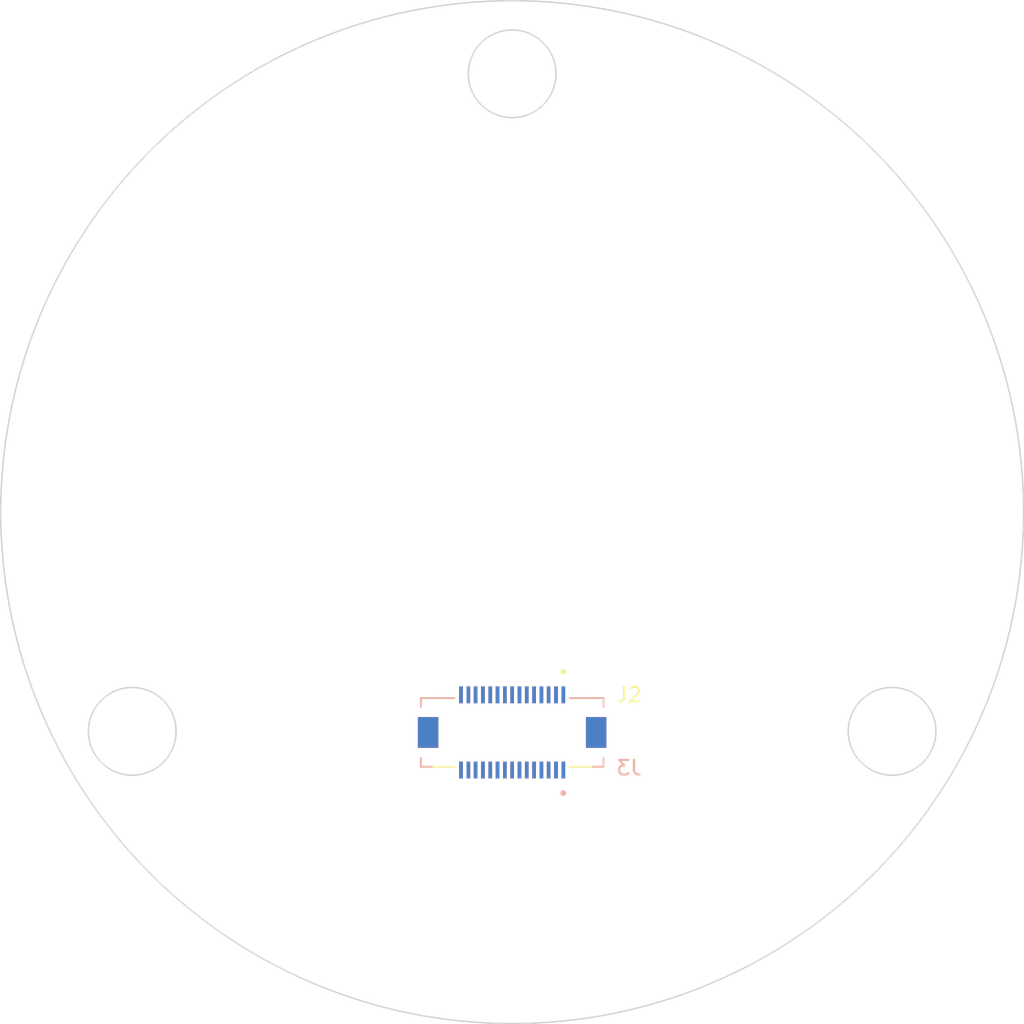
<source format=kicad_pcb>
(kicad_pcb (version 20240108) (generator "pcbnew") (generator_version "8.0")
  (title_block (company "UCSC Rocket Team"))
  (layers (0 "F.Cu" signal) (31 "B.Cu" signal) (34 "B.Paste" user) (35 "F.Paste" user) (36 "B.SilkS" user "B.Silkscreen") (37 "F.SilkS" user "F.Silkscreen") (38 "B.Mask" user) (39 "F.Mask" user) (44 "Edge.Cuts" user))
  (net 0 "")
  (net 1 "GND")
  (net 2 "+5V")
  (net 3 "+3V3")
  (net 4 "/CANL")
  (net 5 "/CANH")
  (net 6 "/ARM")
  (net 7 "/RX_RADIO")
  (net 8 "/TX_RADIO")
  (net 9 "/PPS")
  (net 10 "Net-(J2-Pin_10)")
  (net 11 "Net-(J2-Pin_20)")
  (net 12 "Net-(J2-Pin_9)")
  (net 13 "Net-(J2-Pin_19)")
  (net 14 "Net-(J2-Pin_2)")
  (net 15 "Net-(J2-Pin_26)")
  (net 16 "Net-(J2-Pin_7)")
  (net 17 "Net-(J2-Pin_1)")
  (net 18 "Net-(J2-Pin_25)")
  (net 19 "Net-(J2-Pin_16)")
  (net 20 "Net-(J2-Pin_17)")
  (footprint "Blaze_Library:HRS_DF17_1.0H_-30DP-0.5V_57_" (layer "F.Cu") (at 148.5 120.575 180)
    (property "Reference" "J2" (at -8 2.575 0) (layer "F.SilkS"))
    (property "Value" "Conn_01x30_Pin")
    (fp_line (start 6.25 2.35) (end 6.25 1.75) (stroke (width 0.127)) (layer "F.SilkS"))
    (fp_line (start 6.25 -2.35) (end 6.25 -1.75) (stroke (width 0.127)) (layer "F.SilkS"))
    (fp_line (start 6.25 -2.35) (end 3.945 -2.35) (stroke (width 0.127)) (layer "F.SilkS"))
    (fp_line (start 5.5 2.35) (end 6.25 2.35) (stroke (width 0.127)) (layer "F.SilkS"))
    (fp_line (start -3.945 -2.35) (end -6.25 -2.35) (stroke (width 0.127)) (layer "F.SilkS"))
    (fp_line (start -6.25 2.35) (end -5.5 2.35) (stroke (width 0.127)) (layer "F.SilkS"))
    (fp_line (start -6.25 2.35) (end -6.25 1.75) (stroke (width 0.127)) (layer "F.SilkS"))
    (fp_line (start -6.25 -2.35) (end -6.25 -1.75) (stroke (width 0.127)) (layer "F.SilkS"))
    (fp_circle (center -3.5 4.15) (end -3.4 4.15) (stroke (width 0.2)) (fill none) (layer "F.SilkS"))
    (pad "" np_thru_hole circle (at -4.75 1.9 180) (size 0.65 0.65) (drill 0.65) (layers "*.Cu" "*.Mask"))
    (pad "" np_thru_hole circle (at 4.75 1.9 180) (size 0.65 0.65) (drill 0.65) (layers "*.Cu" "*.Mask"))
    (pad "1" smd rect (at -3.5 2.575 180) (size 0.25 1.15) (layers "F.Cu" "F.Paste" "F.Mask") (net 17 "Net-(J2-Pin_1)"))
    (pad "2" smd rect (at -3 2.575 180) (size 0.25 1.15) (layers "F.Cu" "F.Paste" "F.Mask") (net 14 "Net-(J2-Pin_2)"))
    (pad "3" smd rect (at -2.5 2.575 180) (size 0.25 1.15) (layers "F.Cu" "F.Paste" "F.Mask") (net 1 "GND"))
    (pad "4" smd rect (at -2 2.575 180) (size 0.25 1.15) (layers "F.Cu" "F.Paste" "F.Mask") (net 1 "GND"))
    (pad "5" smd rect (at -1.5 2.575 180) (size 0.25 1.15) (layers "F.Cu" "F.Paste" "F.Mask") (net 8 "/TX_RADIO"))
    (pad "6" smd rect (at -1 2.575 180) (size 0.25 1.15) (layers "F.Cu" "F.Paste" "F.Mask") (net 7 "/RX_RADIO"))
    (pad "7" smd rect (at -0.5 2.575 180) (size 0.25 1.15) (layers "F.Cu" "F.Paste" "F.Mask") (net 16 "Net-(J2-Pin_7)"))
    (pad "8" smd rect (at 0 2.575 180) (size 0.25 1.15) (layers "F.Cu" "F.Paste" "F.Mask") (net 6 "/ARM"))
    (pad "9" smd rect (at 0.5 2.575 180) (size 0.25 1.15) (layers "F.Cu" "F.Paste" "F.Mask") (net 12 "Net-(J2-Pin_9)"))
    (pad "10" smd rect (at 1 2.575 180) (size 0.25 1.15) (layers "F.Cu" "F.Paste" "F.Mask") (net 10 "Net-(J2-Pin_10)"))
    (pad "11" smd rect (at 1.5 2.575 180) (size 0.25 1.15) (layers "F.Cu" "F.Paste" "F.Mask") (net 2 "+5V"))
    (pad "12" smd rect (at 2 2.575 180) (size 0.25 1.15) (layers "F.Cu" "F.Paste" "F.Mask") (net 3 "+3V3"))
    (pad "13" smd rect (at 2.5 2.575 180) (size 0.25 1.15) (layers "F.Cu" "F.Paste" "F.Mask") (net 9 "/PPS"))
    (pad "14" smd rect (at 3 2.575 180) (size 0.25 1.15) (layers "F.Cu" "F.Paste" "F.Mask") (net 1 "GND"))
    (pad "15" smd rect (at 3.5 2.575 180) (size 0.25 1.15) (layers "F.Cu" "F.Paste" "F.Mask") (net 1 "GND"))
    (pad "16" smd rect (at 3.5 -2.575 180) (size 0.25 1.15) (layers "F.Cu" "F.Paste" "F.Mask") (net 19 "Net-(J2-Pin_16)"))
    (pad "17" smd rect (at 3 -2.575 180) (size 0.25 1.15) (layers "F.Cu" "F.Paste" "F.Mask") (net 20 "Net-(J2-Pin_17)"))
    (pad "18" smd rect (at 2.5 -2.575 180) (size 0.25 1.15) (layers "F.Cu" "F.Paste" "F.Mask") (net 3 "+3V3"))
    (pad "19" smd rect (at 2 -2.575 180) (size 0.25 1.15) (layers "F.Cu" "F.Paste" "F.Mask") (net 13 "Net-(J2-Pin_19)"))
    (pad "20" smd rect (at 1.5 -2.575 180) (size 0.25 1.15) (layers "F.Cu" "F.Paste" "F.Mask") (net 11 "Net-(J2-Pin_20)"))
    (pad "21" smd rect (at 1 -2.575 180) (size 0.25 1.15) (layers "F.Cu" "F.Paste" "F.Mask") (net 1 "GND"))
    (pad "22" smd rect (at 0.5 -2.575 180) (size 0.25 1.15) (layers "F.Cu" "F.Paste" "F.Mask") (net 1 "GND"))
    (pad "23" smd rect (at 0 -2.575 180) (size 0.25 1.15) (layers "F.Cu" "F.Paste" "F.Mask") (net 4 "/CANL"))
    (pad "24" smd rect (at -0.5 -2.575 180) (size 0.25 1.15) (layers "F.Cu" "F.Paste" "F.Mask") (net 5 "/CANH"))
    (pad "25" smd rect (at -1 -2.575 180) (size 0.25 1.15) (layers "F.Cu" "F.Paste" "F.Mask") (net 18 "Net-(J2-Pin_25)"))
    (pad "26" smd rect (at -1.5 -2.575 180) (size 0.25 1.15) (layers "F.Cu" "F.Paste" "F.Mask") (net 15 "Net-(J2-Pin_26)"))
    (pad "27" smd rect (at -2 -2.575 180) (size 0.25 1.15) (layers "F.Cu" "F.Paste" "F.Mask") (net 2 "+5V"))
    (pad "28" smd rect (at -2.5 -2.575 180) (size 0.25 1.15) (layers "F.Cu" "F.Paste" "F.Mask") (net 2 "+5V"))
    (pad "29" smd rect (at -3 -2.575 180) (size 0.25 1.15) (layers "F.Cu" "F.Paste" "F.Mask") (net 3 "+3V3"))
    (pad "30" smd rect (at -3.5 -2.575 180) (size 0.25 1.15) (layers "F.Cu" "F.Paste" "F.Mask") (net 3 "+3V3"))
    (pad "S1" smd rect (at -5.75 0 180) (size 1.4 2.1) (layers "F.Cu" "F.Paste" "F.Mask"))
    (pad "S2" smd rect (at 5.75 0 180) (size 1.4 2.1) (layers "F.Cu" "F.Paste" "F.Mask"))
  )
  (footprint "Blaze_Library:HRS_DF17_1.0H_-30DP-0.5V_57_" (layer "B.Cu") (at 148.5 120.575 180)
    (property "Reference" "J3" (at -8 -2.425 0) (layer "B.SilkS") (effects (justify mirror)))
    (property "Value" "Conn_01x30_Socket")
    (fp_line (start 6.25 1.75) (end 6.25 2.35) (stroke (width 0.127)) (layer "B.SilkS"))
    (fp_line (start 6.25 -1.75) (end 6.25 -2.35) (stroke (width 0.127)) (layer "B.SilkS"))
    (fp_line (start 6.25 -2.35) (end 5.5 -2.35) (stroke (width 0.127)) (layer "B.SilkS"))
    (fp_line (start 3.945 2.35) (end 6.25 2.35) (stroke (width 0.127)) (layer "B.SilkS"))
    (fp_line (start -5.5 -2.35) (end -6.25 -2.35) (stroke (width 0.127)) (layer "B.SilkS"))
    (fp_line (start -6.25 2.35) (end -3.945 2.35) (stroke (width 0.127)) (layer "B.SilkS"))
    (fp_line (start -6.25 1.75) (end -6.25 2.35) (stroke (width 0.127)) (layer "B.SilkS"))
    (fp_line (start -6.25 -1.75) (end -6.25 -2.35) (stroke (width 0.127)) (layer "B.SilkS"))
    (fp_circle (center -3.5 -4.15) (end -3.4 -4.15) (stroke (width 0.2)) (fill none) (layer "B.SilkS"))
    (pad "" np_thru_hole circle (at -4.75 -1.9 180) (size 0.65 0.65) (drill 0.65) (layers "*.Cu" "*.Mask"))
    (pad "" np_thru_hole circle (at 4.75 -1.9 180) (size 0.65 0.65) (drill 0.65) (layers "*.Cu" "*.Mask"))
    (pad "1" smd rect (at -3.5 -2.575 180) (size 0.25 1.15) (layers "B.Cu" "B.Paste" "B.Mask") (net 3 "+3V3"))
    (pad "2" smd rect (at -3 -2.575 180) (size 0.25 1.15) (layers "B.Cu" "B.Paste" "B.Mask") (net 3 "+3V3"))
    (pad "3" smd rect (at -2.5 -2.575 180) (size 0.25 1.15) (layers "B.Cu" "B.Paste" "B.Mask") (net 2 "+5V"))
    (pad "4" smd rect (at -2 -2.575 180) (size 0.25 1.15) (layers "B.Cu" "B.Paste" "B.Mask") (net 2 "+5V"))
    (pad "5" smd rect (at -1.5 -2.575 180) (size 0.25 1.15) (layers "B.Cu" "B.Paste" "B.Mask") (net 15 "Net-(J2-Pin_26)"))
    (pad "6" smd rect (at -1 -2.575 180) (size 0.25 1.15) (layers "B.Cu" "B.Paste" "B.Mask") (net 18 "Net-(J2-Pin_25)"))
    (pad "7" smd rect (at -0.5 -2.575 180) (size 0.25 1.15) (layers "B.Cu" "B.Paste" "B.Mask") (net 5 "/CANH"))
    (pad "8" smd rect (at 0 -2.575 180) (size 0.25 1.15) (layers "B.Cu" "B.Paste" "B.Mask") (net 4 "/CANL"))
    (pad "9" smd rect (at 0.5 -2.575 180) (size 0.25 1.15) (layers "B.Cu" "B.Paste" "B.Mask") (net 1 "GND"))
    (pad "10" smd rect (at 1 -2.575 180) (size 0.25 1.15) (layers "B.Cu" "B.Paste" "B.Mask") (net 1 "GND"))
    (pad "11" smd rect (at 1.5 -2.575 180) (size 0.25 1.15) (layers "B.Cu" "B.Paste" "B.Mask") (net 11 "Net-(J2-Pin_20)"))
    (pad "12" smd rect (at 2 -2.575 180) (size 0.25 1.15) (layers "B.Cu" "B.Paste" "B.Mask") (net 13 "Net-(J2-Pin_19)"))
    (pad "13" smd rect (at 2.5 -2.575 180) (size 0.25 1.15) (layers "B.Cu" "B.Paste" "B.Mask") (net 3 "+3V3"))
    (pad "14" smd rect (at 3 -2.575 180) (size 0.25 1.15) (layers "B.Cu" "B.Paste" "B.Mask") (net 20 "Net-(J2-Pin_17)"))
    (pad "15" smd rect (at 3.5 -2.575 180) (size 0.25 1.15) (layers "B.Cu" "B.Paste" "B.Mask") (net 19 "Net-(J2-Pin_16)"))
    (pad "16" smd rect (at 3.5 2.575 180) (size 0.25 1.15) (layers "B.Cu" "B.Paste" "B.Mask") (net 1 "GND"))
    (pad "17" smd rect (at 3 2.575 180) (size 0.25 1.15) (layers "B.Cu" "B.Paste" "B.Mask") (net 1 "GND"))
    (pad "18" smd rect (at 2.5 2.575 180) (size 0.25 1.15) (layers "B.Cu" "B.Paste" "B.Mask") (net 9 "/PPS"))
    (pad "19" smd rect (at 2 2.575 180) (size 0.25 1.15) (layers "B.Cu" "B.Paste" "B.Mask") (net 3 "+3V3"))
    (pad "20" smd rect (at 1.5 2.575 180) (size 0.25 1.15) (layers "B.Cu" "B.Paste" "B.Mask") (net 2 "+5V"))
    (pad "21" smd rect (at 1 2.575 180) (size 0.25 1.15) (layers "B.Cu" "B.Paste" "B.Mask") (net 10 "Net-(J2-Pin_10)"))
    (pad "22" smd rect (at 0.5 2.575 180) (size 0.25 1.15) (layers "B.Cu" "B.Paste" "B.Mask") (net 12 "Net-(J2-Pin_9)"))
    (pad "23" smd rect (at 0 2.575 180) (size 0.25 1.15) (layers "B.Cu" "B.Paste" "B.Mask") (net 6 "/ARM"))
    (pad "24" smd rect (at -0.5 2.575 180) (size 0.25 1.15) (layers "B.Cu" "B.Paste" "B.Mask") (net 16 "Net-(J2-Pin_7)"))
    (pad "25" smd rect (at -1 2.575 180) (size 0.25 1.15) (layers "B.Cu" "B.Paste" "B.Mask") (net 7 "/RX_RADIO"))
    (pad "26" smd rect (at -1.5 2.575 180) (size 0.25 1.15) (layers "B.Cu" "B.Paste" "B.Mask") (net 8 "/TX_RADIO"))
    (pad "27" smd rect (at -2 2.575 180) (size 0.25 1.15) (layers "B.Cu" "B.Paste" "B.Mask") (net 1 "GND"))
    (pad "28" smd rect (at -2.5 2.575 180) (size 0.25 1.15) (layers "B.Cu" "B.Paste" "B.Mask") (net 1 "GND"))
    (pad "29" smd rect (at -3 2.575 180) (size 0.25 1.15) (layers "B.Cu" "B.Paste" "B.Mask") (net 14 "Net-(J2-Pin_2)"))
    (pad "30" smd rect (at -3.5 2.575 180) (size 0.25 1.15) (layers "B.Cu" "B.Paste" "B.Mask") (net 17 "Net-(J2-Pin_1)"))
    (pad "S1" smd rect (at -5.75 0 180) (size 1.4 2.1) (layers "B.Cu" "B.Paste" "B.Mask"))
    (pad "S2" smd rect (at 5.75 0 180) (size 1.4 2.1) (layers "B.Cu" "B.Paste" "B.Mask"))
  )
  (gr_circle (center 148.5 105.5) (end 148.5 140.5) (stroke (width 0.1)) (fill none) (layer "Edge.Cuts"))
  (gr_circle (center 148.5 75.5) (end 151.5 75.5) (stroke (width 0.1)) (fill none) (layer "Edge.Cuts"))
  (gr_circle (center 174.5 120.5) (end 177.5 120.5) (stroke (width 0.1)) (fill none) (layer "Edge.Cuts"))
  (gr_circle (center 122.5 120.5) (end 125.5 120.5) (stroke (width 0.1)) (fill none) (layer "Edge.Cuts"))
)
</source>
